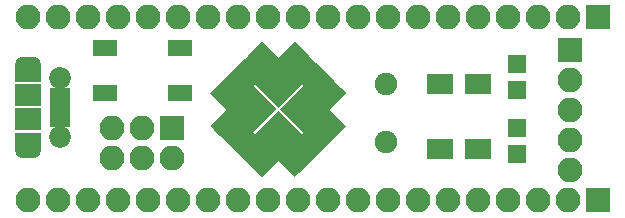
<source format=gts>
%TF.GenerationSoftware,KiCad,Pcbnew,4.0.7*%
%TF.CreationDate,2018-01-16T14:15:25+08:00*%
%TF.ProjectId,STM32F401CCT6,53544D333246343031434354362E6B69,rev?*%
%TF.FileFunction,Soldermask,Top*%
%FSLAX46Y46*%
G04 Gerber Fmt 4.6, Leading zero omitted, Abs format (unit mm)*
G04 Created by KiCad (PCBNEW 4.0.7) date 01/16/18 14:15:25*
%MOMM*%
%LPD*%
G01*
G04 APERTURE LIST*
%ADD10C,0.100000*%
%ADD11R,2.300000X1.700000*%
%ADD12C,1.900000*%
%ADD13R,2.100000X2.100000*%
%ADD14O,2.100000X2.100000*%
%ADD15R,2.100000X1.400000*%
%ADD16R,1.600000X1.600000*%
%ADD17R,2.300000X1.900000*%
%ADD18C,1.850000*%
%ADD19R,1.750000X0.800000*%
%ADD20O,2.300000X1.600000*%
%ADD21R,2.300000X1.600000*%
G04 APERTURE END LIST*
D10*
D11*
X36822000Y-9292000D03*
X36822000Y-14792000D03*
X40022000Y-14792000D03*
X40022000Y-9292000D03*
D12*
X32222000Y-14222000D03*
X32222000Y-9342000D03*
D10*
G36*
X27348435Y-11325872D02*
X28868714Y-12846151D01*
X28373739Y-13341126D01*
X26853460Y-11820847D01*
X27348435Y-11325872D01*
X27348435Y-11325872D01*
G37*
G36*
X26994882Y-11679425D02*
X28515161Y-13199704D01*
X28020186Y-13694679D01*
X26499907Y-12174400D01*
X26994882Y-11679425D01*
X26994882Y-11679425D01*
G37*
G36*
X26641328Y-12032979D02*
X28161607Y-13553258D01*
X27666632Y-14048233D01*
X26146353Y-12527954D01*
X26641328Y-12032979D01*
X26641328Y-12032979D01*
G37*
G36*
X26287775Y-12386532D02*
X27808054Y-13906811D01*
X27313079Y-14401786D01*
X25792800Y-12881507D01*
X26287775Y-12386532D01*
X26287775Y-12386532D01*
G37*
G36*
X25934222Y-12740085D02*
X27454501Y-14260364D01*
X26959526Y-14755339D01*
X25439247Y-13235060D01*
X25934222Y-12740085D01*
X25934222Y-12740085D01*
G37*
G36*
X26605972Y-15108893D02*
X25085693Y-13588614D01*
X25580668Y-13093639D01*
X27100947Y-14613918D01*
X26605972Y-15108893D01*
X26605972Y-15108893D01*
G37*
G36*
X25227115Y-13447192D02*
X26747394Y-14967471D01*
X26252419Y-15462446D01*
X24732140Y-13942167D01*
X25227115Y-13447192D01*
X25227115Y-13447192D01*
G37*
G36*
X24873561Y-13800746D02*
X26393840Y-15321025D01*
X25898865Y-15816000D01*
X24378586Y-14295721D01*
X24873561Y-13800746D01*
X24873561Y-13800746D01*
G37*
G36*
X24520008Y-14154299D02*
X26040287Y-15674578D01*
X25545312Y-16169553D01*
X24025033Y-14649274D01*
X24520008Y-14154299D01*
X24520008Y-14154299D01*
G37*
G36*
X24166455Y-14507852D02*
X25686734Y-16028131D01*
X25191759Y-16523106D01*
X23671480Y-15002827D01*
X24166455Y-14507852D01*
X24166455Y-14507852D01*
G37*
G36*
X23812901Y-14861406D02*
X25333180Y-16381685D01*
X24838205Y-16876660D01*
X23317926Y-15356381D01*
X23812901Y-14861406D01*
X23812901Y-14861406D01*
G37*
G36*
X23459348Y-15214959D02*
X24979627Y-16735238D01*
X24484652Y-17230213D01*
X22964373Y-15709934D01*
X23459348Y-15214959D01*
X23459348Y-15214959D01*
G37*
G36*
X24732140Y-8992419D02*
X26252419Y-7472140D01*
X26747394Y-7967115D01*
X25227115Y-9487394D01*
X24732140Y-8992419D01*
X24732140Y-8992419D01*
G37*
G36*
X25085693Y-9345972D02*
X26605972Y-7825693D01*
X27100947Y-8320668D01*
X25580668Y-9840947D01*
X25085693Y-9345972D01*
X25085693Y-9345972D01*
G37*
G36*
X25439247Y-9699526D02*
X26959526Y-8179247D01*
X27454501Y-8674222D01*
X25934222Y-10194501D01*
X25439247Y-9699526D01*
X25439247Y-9699526D01*
G37*
G36*
X25792800Y-10053079D02*
X27313079Y-8532800D01*
X27808054Y-9027775D01*
X26287775Y-10548054D01*
X25792800Y-10053079D01*
X25792800Y-10053079D01*
G37*
G36*
X26146353Y-10406632D02*
X27666632Y-8886353D01*
X28161607Y-9381328D01*
X26641328Y-10901607D01*
X26146353Y-10406632D01*
X26146353Y-10406632D01*
G37*
G36*
X26499907Y-10760186D02*
X28020186Y-9239907D01*
X28515161Y-9734882D01*
X26994882Y-11255161D01*
X26499907Y-10760186D01*
X26499907Y-10760186D01*
G37*
G36*
X24378586Y-8638865D02*
X25898865Y-7118586D01*
X26393840Y-7613561D01*
X24873561Y-9133840D01*
X24378586Y-8638865D01*
X24378586Y-8638865D01*
G37*
G36*
X26853460Y-11113739D02*
X28373739Y-9593460D01*
X28868714Y-10088435D01*
X27348435Y-11608714D01*
X26853460Y-11113739D01*
X26853460Y-11113739D01*
G37*
G36*
X24025033Y-8285312D02*
X25545312Y-6765033D01*
X26040287Y-7260008D01*
X24520008Y-8780287D01*
X24025033Y-8285312D01*
X24025033Y-8285312D01*
G37*
G36*
X23671480Y-7931759D02*
X25191759Y-6411480D01*
X25686734Y-6906455D01*
X24166455Y-8426734D01*
X23671480Y-7931759D01*
X23671480Y-7931759D01*
G37*
G36*
X23317926Y-7578205D02*
X24838205Y-6057926D01*
X25333180Y-6552901D01*
X23812901Y-8073180D01*
X23317926Y-7578205D01*
X23317926Y-7578205D01*
G37*
G36*
X22964373Y-7224652D02*
X24484652Y-5704373D01*
X24979627Y-6199348D01*
X23459348Y-7719627D01*
X22964373Y-7224652D01*
X22964373Y-7224652D01*
G37*
G36*
X19605616Y-7825693D02*
X21125895Y-9345972D01*
X20630920Y-9840947D01*
X19110641Y-8320668D01*
X19605616Y-7825693D01*
X19605616Y-7825693D01*
G37*
G36*
X19959169Y-7472140D02*
X21479448Y-8992419D01*
X20984473Y-9487394D01*
X19464194Y-7967115D01*
X19959169Y-7472140D01*
X19959169Y-7472140D01*
G37*
G36*
X20312723Y-7118586D02*
X21833002Y-8638865D01*
X21338027Y-9133840D01*
X19817748Y-7613561D01*
X20312723Y-7118586D01*
X20312723Y-7118586D01*
G37*
G36*
X20666276Y-6765033D02*
X22186555Y-8285312D01*
X21691580Y-8780287D01*
X20171301Y-7260008D01*
X20666276Y-6765033D01*
X20666276Y-6765033D01*
G37*
G36*
X21019829Y-6411480D02*
X22540108Y-7931759D01*
X22045133Y-8426734D01*
X20524854Y-6906455D01*
X21019829Y-6411480D01*
X21019829Y-6411480D01*
G37*
G36*
X21373383Y-6057926D02*
X22893662Y-7578205D01*
X22398687Y-8073180D01*
X20878408Y-6552901D01*
X21373383Y-6057926D01*
X21373383Y-6057926D01*
G37*
G36*
X21726936Y-5704373D02*
X23247215Y-7224652D01*
X22752240Y-7719627D01*
X21231961Y-6199348D01*
X21726936Y-5704373D01*
X21726936Y-5704373D01*
G37*
G36*
X19252062Y-8179247D02*
X20772341Y-9699526D01*
X20277366Y-10194501D01*
X18757087Y-8674222D01*
X19252062Y-8179247D01*
X19252062Y-8179247D01*
G37*
G36*
X18898509Y-8532800D02*
X20418788Y-10053079D01*
X19923813Y-10548054D01*
X18403534Y-9027775D01*
X18898509Y-8532800D01*
X18898509Y-8532800D01*
G37*
G36*
X18544956Y-8886353D02*
X20065235Y-10406632D01*
X19570260Y-10901607D01*
X18049981Y-9381328D01*
X18544956Y-8886353D01*
X18544956Y-8886353D01*
G37*
G36*
X18191402Y-9239907D02*
X19711681Y-10760186D01*
X19216706Y-11255161D01*
X17696427Y-9734882D01*
X18191402Y-9239907D01*
X18191402Y-9239907D01*
G37*
G36*
X17837849Y-9593460D02*
X19358128Y-11113739D01*
X18863153Y-11608714D01*
X17342874Y-10088435D01*
X17837849Y-9593460D01*
X17837849Y-9593460D01*
G37*
G36*
X19464194Y-14967471D02*
X20984473Y-13447192D01*
X21479448Y-13942167D01*
X19959169Y-15462446D01*
X19464194Y-14967471D01*
X19464194Y-14967471D01*
G37*
G36*
X19110641Y-14613918D02*
X20630920Y-13093639D01*
X21125895Y-13588614D01*
X19605616Y-15108893D01*
X19110641Y-14613918D01*
X19110641Y-14613918D01*
G37*
G36*
X19817748Y-15321025D02*
X21338027Y-13800746D01*
X21833002Y-14295721D01*
X20312723Y-15816000D01*
X19817748Y-15321025D01*
X19817748Y-15321025D01*
G37*
G36*
X20171301Y-15674578D02*
X21691580Y-14154299D01*
X22186555Y-14649274D01*
X20666276Y-16169553D01*
X20171301Y-15674578D01*
X20171301Y-15674578D01*
G37*
G36*
X20524854Y-16028131D02*
X22045133Y-14507852D01*
X22540108Y-15002827D01*
X21019829Y-16523106D01*
X20524854Y-16028131D01*
X20524854Y-16028131D01*
G37*
G36*
X20878408Y-16381685D02*
X22398687Y-14861406D01*
X22893662Y-15356381D01*
X21373383Y-16876660D01*
X20878408Y-16381685D01*
X20878408Y-16381685D01*
G37*
G36*
X21231961Y-16735238D02*
X22752240Y-15214959D01*
X23247215Y-15709934D01*
X21726936Y-17230213D01*
X21231961Y-16735238D01*
X21231961Y-16735238D01*
G37*
G36*
X18757087Y-14260364D02*
X20277366Y-12740085D01*
X20772341Y-13235060D01*
X19252062Y-14755339D01*
X18757087Y-14260364D01*
X18757087Y-14260364D01*
G37*
G36*
X18403534Y-13906811D02*
X19923813Y-12386532D01*
X20418788Y-12881507D01*
X18898509Y-14401786D01*
X18403534Y-13906811D01*
X18403534Y-13906811D01*
G37*
G36*
X18049981Y-13553258D02*
X19570260Y-12032979D01*
X20065235Y-12527954D01*
X18544956Y-14048233D01*
X18049981Y-13553258D01*
X18049981Y-13553258D01*
G37*
G36*
X17696427Y-13199704D02*
X19216706Y-11679425D01*
X19711681Y-12174400D01*
X18191402Y-13694679D01*
X17696427Y-13199704D01*
X17696427Y-13199704D01*
G37*
G36*
X17342874Y-12846151D02*
X18863153Y-11325872D01*
X19358128Y-11820847D01*
X17837849Y-13341126D01*
X17342874Y-12846151D01*
X17342874Y-12846151D01*
G37*
G36*
X25297825Y-9416683D02*
X27348435Y-11467293D01*
X25297825Y-13517903D01*
X23247215Y-11467293D01*
X25297825Y-9416683D01*
X25297825Y-9416683D01*
G37*
G36*
X20913763Y-9416683D02*
X22964373Y-11467293D01*
X20913763Y-13517903D01*
X18863153Y-11467293D01*
X20913763Y-9416683D01*
X20913763Y-9416683D01*
G37*
G36*
X23105794Y-11608714D02*
X25156404Y-13659324D01*
X23105794Y-15709934D01*
X21055184Y-13659324D01*
X23105794Y-11608714D01*
X23105794Y-11608714D01*
G37*
G36*
X23105794Y-7224652D02*
X25156404Y-9275262D01*
X23105794Y-11325872D01*
X21055184Y-9275262D01*
X23105794Y-7224652D01*
X23105794Y-7224652D01*
G37*
D13*
X47772000Y-6482000D03*
D14*
X47772000Y-9022000D03*
X47772000Y-11562000D03*
X47772000Y-14102000D03*
X47772000Y-16642000D03*
D15*
X8462000Y-6282000D03*
X14762000Y-6282000D03*
X8462000Y-10082000D03*
X14762000Y-10082000D03*
D13*
X50152000Y-19182000D03*
D14*
X47612000Y-19182000D03*
X45072000Y-19182000D03*
X42532000Y-19182000D03*
X39992000Y-19182000D03*
X37452000Y-19182000D03*
X34912000Y-19182000D03*
X32372000Y-19182000D03*
X29832000Y-19182000D03*
X27292000Y-19182000D03*
X24752000Y-19182000D03*
X22212000Y-19182000D03*
X19672000Y-19182000D03*
X17132000Y-19182000D03*
X14592000Y-19182000D03*
X12052000Y-19182000D03*
X9512000Y-19182000D03*
X6972000Y-19182000D03*
X4432000Y-19182000D03*
X1892000Y-19182000D03*
D13*
X50152000Y-3682000D03*
D14*
X47612000Y-3682000D03*
X45072000Y-3682000D03*
X42532000Y-3682000D03*
X39992000Y-3682000D03*
X37452000Y-3682000D03*
X34912000Y-3682000D03*
X32372000Y-3682000D03*
X29832000Y-3682000D03*
X27292000Y-3682000D03*
X24752000Y-3682000D03*
X22212000Y-3682000D03*
X19672000Y-3682000D03*
X17132000Y-3682000D03*
X14592000Y-3682000D03*
X12052000Y-3682000D03*
X9512000Y-3682000D03*
X6972000Y-3682000D03*
X4432000Y-3682000D03*
X1892000Y-3682000D03*
D13*
X14110000Y-13080000D03*
D14*
X14110000Y-15620000D03*
X11570000Y-13080000D03*
X11570000Y-15620000D03*
X9030000Y-13080000D03*
X9030000Y-15620000D03*
D16*
X43332000Y-7632000D03*
X43332000Y-9832000D03*
X43332000Y-13062000D03*
X43332000Y-15262000D03*
D17*
X1950000Y-12300000D03*
D18*
X4650000Y-8800000D03*
D19*
X4650000Y-10650000D03*
X4650000Y-10000000D03*
X4650000Y-12600000D03*
X4650000Y-11950000D03*
X4650000Y-11300000D03*
D18*
X4650000Y-13800000D03*
D17*
X1950000Y-10300000D03*
D20*
X1950000Y-7800000D03*
X1950000Y-14800000D03*
D21*
X1950000Y-14200000D03*
X1950000Y-8400000D03*
M02*

</source>
